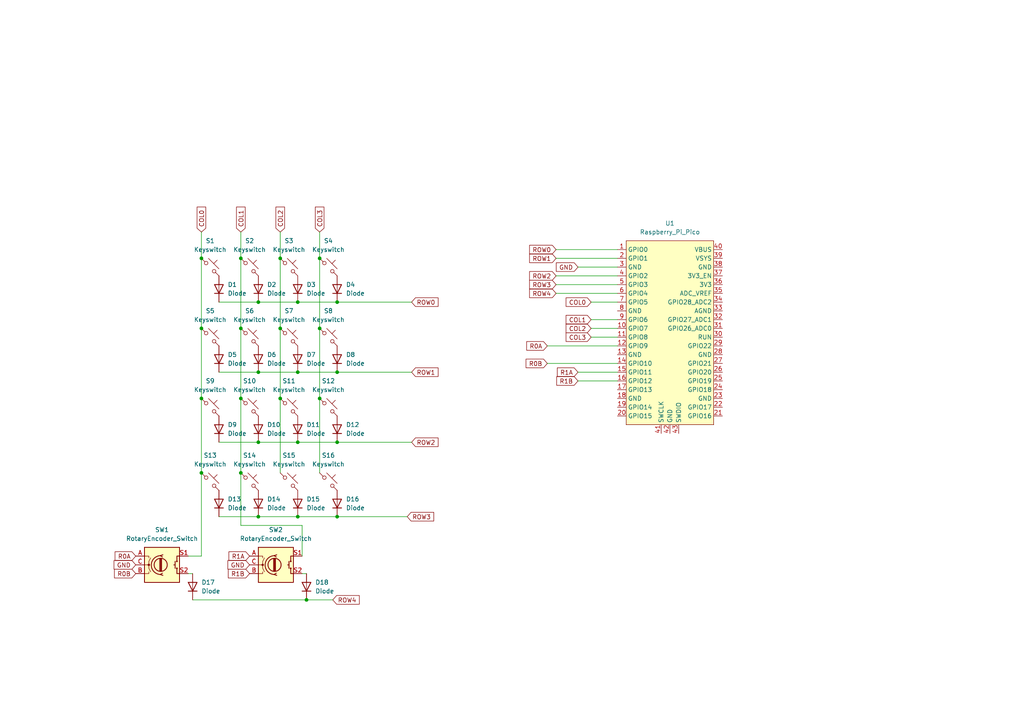
<source format=kicad_sch>
(kicad_sch (version 20230121) (generator eeschema)
  (paper "A4")
  (lib_symbols
    (symbol "Device:RotaryEncoder_Switch" (pin_names (offset 0.254) hide)
      (property "Reference" "SW" (at 0 6.604 0))
      (property "Value" "RotaryEncoder_Switch" (at 0 -6.604 0))
      (symbol "RotaryEncoder_Switch_0_1"
        (rectangle (start -5.08 5.08) (end 5.08 -5.08) (stroke (width 0.254)) (fill (type background)))
        (circle (center -3.81 0) (radius 0.254) (fill (type outline)))
        (circle (center -0.381 0) (radius 1.905) (stroke (width 0.254)))
        (arc (start -0.381 2.667) (mid -3.0988 -0.0635) (end -0.381 -2.794) (stroke (width 0.254)))
        (polyline (pts (xy -0.635 -1.778) (xy -0.635 1.778)) (stroke (width 0.254)))
        (polyline (pts (xy -0.381 -1.778) (xy -0.381 1.778)) (stroke (width 0.254)))
        (polyline (pts (xy -0.127 1.778) (xy -0.127 -1.778)) (stroke (width 0.254)))
        (polyline (pts (xy 3.81 0) (xy 3.429 0)) (stroke (width 0.254)))
        (polyline (pts (xy 3.81 1.016) (xy 3.81 -1.016)) (stroke (width 0.254)))
        (polyline (pts (xy -5.08 -2.54) (xy -3.81 -2.54) (xy -3.81 -2.032)))
        (polyline (pts (xy -5.08 2.54) (xy -3.81 2.54) (xy -3.81 2.032)))
        (polyline (pts (xy 0.254 -3.048) (xy -0.508 -2.794) (xy 0.127 -2.413)) (stroke (width 0.254)))
        (polyline (pts (xy 0.254 2.921) (xy -0.508 2.667) (xy 0.127 2.286)) (stroke (width 0.254)))
        (polyline (pts (xy 5.08 -2.54) (xy 4.318 -2.54) (xy 4.318 -1.016)) (stroke (width 0.254)))
        (polyline (pts (xy 5.08 2.54) (xy 4.318 2.54) (xy 4.318 1.016)) (stroke (width 0.254)))
        (polyline (pts (xy -5.08 0) (xy -3.81 0) (xy -3.81 -1.016) (xy -3.302 -2.032)))
        (polyline (pts (xy -4.318 0) (xy -3.81 0) (xy -3.81 1.016) (xy -3.302 2.032)))
        (circle (center 4.318 -1.016) (radius 0.127) (stroke (width 0.254)))
        (circle (center 4.318 1.016) (radius 0.127) (stroke (width 0.254)))
      )
      (symbol "RotaryEncoder_Switch_1_1"
        (pin passive line (at -7.62 2.54 0) (length 2.54) (name "A") (number "A"))
        (pin passive line (at -7.62 -2.54 0) (length 2.54) (name "B") (number "B"))
        (pin passive line (at -7.62 0 0) (length 2.54) (name "C") (number "C"))
        (pin passive line (at 7.62 2.54 180) (length 2.54) (name "S1") (number "S1"))
        (pin passive line (at 7.62 -2.54 180) (length 2.54) (name "S2") (number "S2"))
      )
    )
    (symbol "ScottoKeebs:MCU_Raspberry_Pi_Pico"
      (property "Reference" "U" (at 0 0 0))
      (property "Value" "Raspberry_Pi_Pico" (at 0 27.94 0))
      (symbol "MCU_Raspberry_Pi_Pico_0_1"
        (rectangle (start -12.7 26.67) (end 12.7 -26.67) (fill (type background)))
      )
      (symbol "MCU_Raspberry_Pi_Pico_1_1"
        (pin bidirectional line (at -15.24 24.13 0) (length 2.54) (name "GPIO0") (number "1"))
        (pin bidirectional line (at -15.24 1.27 0) (length 2.54) (name "GPIO7") (number "10"))
        (pin bidirectional line (at -15.24 -1.27 0) (length 2.54) (name "GPIO8") (number "11"))
        (pin bidirectional line (at -15.24 -3.81 0) (length 2.54) (name "GPIO9") (number "12"))
        (pin power_in line (at -15.24 -6.35 0) (length 2.54) (name "GND") (number "13"))
        (pin bidirectional line (at -15.24 -8.89 0) (length 2.54) (name "GPIO10") (number "14"))
        (pin bidirectional line (at -15.24 -11.43 0) (length 2.54) (name "GPIO11") (number "15"))
        (pin bidirectional line (at -15.24 -13.97 0) (length 2.54) (name "GPIO12") (number "16"))
        (pin bidirectional line (at -15.24 -16.51 0) (length 2.54) (name "GPIO13") (number "17"))
        (pin power_in line (at -15.24 -19.05 0) (length 2.54) (name "GND") (number "18"))
        (pin bidirectional line (at -15.24 -21.59 0) (length 2.54) (name "GPIO14") (number "19"))
        (pin bidirectional line (at -15.24 21.59 0) (length 2.54) (name "GPIO1") (number "2"))
        (pin bidirectional line (at -15.24 -24.13 0) (length 2.54) (name "GPIO15") (number "20"))
        (pin bidirectional line (at 15.24 -24.13 180) (length 2.54) (name "GPIO16") (number "21"))
        (pin bidirectional line (at 15.24 -21.59 180) (length 2.54) (name "GPIO17") (number "22"))
        (pin power_in line (at 15.24 -19.05 180) (length 2.54) (name "GND") (number "23"))
        (pin bidirectional line (at 15.24 -16.51 180) (length 2.54) (name "GPIO18") (number "24"))
        (pin bidirectional line (at 15.24 -13.97 180) (length 2.54) (name "GPIO19") (number "25"))
        (pin bidirectional line (at 15.24 -11.43 180) (length 2.54) (name "GPIO20") (number "26"))
        (pin bidirectional line (at 15.24 -8.89 180) (length 2.54) (name "GPIO21") (number "27"))
        (pin power_in line (at 15.24 -6.35 180) (length 2.54) (name "GND") (number "28"))
        (pin bidirectional line (at 15.24 -3.81 180) (length 2.54) (name "GPIO22") (number "29"))
        (pin power_in line (at -15.24 19.05 0) (length 2.54) (name "GND") (number "3"))
        (pin input line (at 15.24 -1.27 180) (length 2.54) (name "RUN") (number "30"))
        (pin bidirectional line (at 15.24 1.27 180) (length 2.54) (name "GPIO26_ADC0") (number "31"))
        (pin bidirectional line (at 15.24 3.81 180) (length 2.54) (name "GPIO27_ADC1") (number "32"))
        (pin power_in line (at 15.24 6.35 180) (length 2.54) (name "AGND") (number "33"))
        (pin bidirectional line (at 15.24 8.89 180) (length 2.54) (name "GPIO28_ADC2") (number "34"))
        (pin power_in line (at 15.24 11.43 180) (length 2.54) (name "ADC_VREF") (number "35"))
        (pin power_in line (at 15.24 13.97 180) (length 2.54) (name "3V3") (number "36"))
        (pin input line (at 15.24 16.51 180) (length 2.54) (name "3V3_EN") (number "37"))
        (pin bidirectional line (at 15.24 19.05 180) (length 2.54) (name "GND") (number "38"))
        (pin power_in line (at 15.24 21.59 180) (length 2.54) (name "VSYS") (number "39"))
        (pin bidirectional line (at -15.24 16.51 0) (length 2.54) (name "GPIO2") (number "4"))
        (pin power_in line (at 15.24 24.13 180) (length 2.54) (name "VBUS") (number "40"))
        (pin input line (at -2.54 -29.21 90) (length 2.54) (name "SWCLK") (number "41"))
        (pin power_in line (at 0 -29.21 90) (length 2.54) (name "GND") (number "42"))
        (pin bidirectional line (at 2.54 -29.21 90) (length 2.54) (name "SWDIO") (number "43"))
        (pin bidirectional line (at -15.24 13.97 0) (length 2.54) (name "GPIO3") (number "5"))
        (pin bidirectional line (at -15.24 11.43 0) (length 2.54) (name "GPIO4") (number "6"))
        (pin bidirectional line (at -15.24 8.89 0) (length 2.54) (name "GPIO5") (number "7"))
        (pin power_in line (at -15.24 6.35 0) (length 2.54) (name "GND") (number "8"))
        (pin bidirectional line (at -15.24 3.81 0) (length 2.54) (name "GPIO6") (number "9"))
      )
    )
    (symbol "ScottoKeebs:Placeholder_Diode" (pin_numbers hide) (pin_names hide)
      (property "Reference" "D" (at 0 2.54 0))
      (property "Value" "Diode" (at 0 -2.54 0))
      (symbol "Placeholder_Diode_0_1"
        (polyline (pts (xy -1.27 1.27) (xy -1.27 -1.27)) (stroke (width 0.254)))
        (polyline (pts (xy 1.27 0) (xy -1.27 0)))
        (polyline (pts (xy 1.27 1.27) (xy 1.27 -1.27) (xy -1.27 0) (xy 1.27 1.27)) (stroke (width 0.254)))
      )
      (symbol "Placeholder_Diode_1_1"
        (pin passive line (at -3.81 0 0) (length 2.54) (name "K") (number "1"))
        (pin passive line (at 3.81 0 180) (length 2.54) (name "A") (number "2"))
      )
    )
    (symbol "ScottoKeebs:Placeholder_Keyswitch" (pin_numbers hide) (pin_names (offset 1.016) hide)
      (property "Reference" "S" (at 3.048 1.016 0))
      (property "Value" "Keyswitch" (at 0 -3.81 0))
      (symbol "Placeholder_Keyswitch_0_1"
        (circle (center -1.1684 1.1684) (radius 0.508))
        (polyline (pts (xy -0.508 2.54) (xy 2.54 -0.508)))
        (polyline (pts (xy 1.016 1.016) (xy 2.032 2.032)))
        (polyline (pts (xy -2.54 2.54) (xy -1.524 1.524) (xy -1.524 1.524)))
        (polyline (pts (xy 1.524 -1.524) (xy 2.54 -2.54) (xy 2.54 -2.54) (xy 2.54 -2.54)))
        (circle (center 1.143 -1.1938) (radius 0.508))
        (pin passive line (at -2.54 2.54 0) (length 0) (name "1") (number "1"))
        (pin passive line (at 2.54 -2.54 180) (length 0) (name "2") (number "2"))
      )
    )
  )
  (junction (at 81.28 115.57))
  (junction (at 81.28 95.25))
  (junction (at 81.28 74.93))
  (junction (at 58.42 137.16))
  (junction (at 69.85 95.25))
  (junction (at 86.36 128.27))
  (junction (at 74.93 128.27))
  (junction (at 58.42 95.25))
  (junction (at 74.93 107.95))
  (junction (at 69.85 137.16))
  (junction (at 92.71 115.57))
  (junction (at 69.85 74.93))
  (junction (at 97.79 107.95))
  (junction (at 92.71 95.25))
  (junction (at 74.93 149.86))
  (junction (at 86.36 149.86))
  (junction (at 97.79 128.27))
  (junction (at 69.85 115.57))
  (junction (at 92.71 74.93))
  (junction (at 58.42 74.93))
  (junction (at 88.9 173.99))
  (junction (at 58.42 115.57))
  (junction (at 86.36 107.95))
  (junction (at 97.79 87.63))
  (junction (at 97.79 149.86))
  (junction (at 86.36 87.63))
  (junction (at 74.93 87.63))
  (wire (pts (xy 161.29 72.39) (xy 179.07 72.39)))
  (wire (pts (xy 69.85 152.4) (xy 87.63 152.4)))
  (wire (pts (xy 92.71 74.93) (xy 92.71 95.25)))
  (wire (pts (xy 69.85 115.57) (xy 69.85 137.16)))
  (wire (pts (xy 86.36 149.86) (xy 97.79 149.86)))
  (wire (pts (xy 161.29 74.93) (xy 179.07 74.93)))
  (wire (pts (xy 81.28 67.31) (xy 81.28 74.93)))
  (wire (pts (xy 161.29 80.01) (xy 179.07 80.01)))
  (wire (pts (xy 69.85 74.93) (xy 69.85 95.25)))
  (wire (pts (xy 92.71 115.57) (xy 92.71 137.16)))
  (wire (pts (xy 81.28 74.93) (xy 81.28 95.25)))
  (wire (pts (xy 63.5 87.63) (xy 74.93 87.63)))
  (wire (pts (xy 118.11 149.86) (xy 97.79 149.86)))
  (wire (pts (xy 55.88 166.37) (xy 54.61 166.37)))
  (wire (pts (xy 58.42 74.93) (xy 58.42 95.25)))
  (wire (pts (xy 69.85 67.31) (xy 69.85 74.93)))
  (wire (pts (xy 74.93 128.27) (xy 86.36 128.27)))
  (wire (pts (xy 161.29 85.09) (xy 179.07 85.09)))
  (wire (pts (xy 63.5 107.95) (xy 74.93 107.95)))
  (wire (pts (xy 86.36 107.95) (xy 97.79 107.95)))
  (wire (pts (xy 69.85 95.25) (xy 69.85 115.57)))
  (wire (pts (xy 171.45 92.71) (xy 179.07 92.71)))
  (wire (pts (xy 86.36 128.27) (xy 97.79 128.27)))
  (wire (pts (xy 88.9 173.99) (xy 96.52 173.99)))
  (wire (pts (xy 167.64 77.47) (xy 179.07 77.47)))
  (wire (pts (xy 92.71 67.31) (xy 92.71 74.93)))
  (wire (pts (xy 171.45 97.79) (xy 179.07 97.79)))
  (wire (pts (xy 74.93 149.86) (xy 86.36 149.86)))
  (wire (pts (xy 87.63 152.4) (xy 87.63 161.29)))
  (wire (pts (xy 119.38 128.27) (xy 97.79 128.27)))
  (wire (pts (xy 97.79 107.95) (xy 119.38 107.95)))
  (wire (pts (xy 74.93 87.63) (xy 86.36 87.63)))
  (wire (pts (xy 74.93 107.95) (xy 86.36 107.95)))
  (wire (pts (xy 58.42 137.16) (xy 58.42 161.29)))
  (wire (pts (xy 58.42 95.25) (xy 58.42 115.57)))
  (wire (pts (xy 55.88 173.99) (xy 88.9 173.99)))
  (wire (pts (xy 167.64 110.49) (xy 179.07 110.49)))
  (wire (pts (xy 58.42 67.31) (xy 58.42 74.93)))
  (wire (pts (xy 69.85 137.16) (xy 69.85 152.4)))
  (wire (pts (xy 58.42 115.57) (xy 58.42 137.16)))
  (wire (pts (xy 171.45 87.63) (xy 179.07 87.63)))
  (wire (pts (xy 81.28 95.25) (xy 81.28 115.57)))
  (wire (pts (xy 92.71 95.25) (xy 92.71 115.57)))
  (wire (pts (xy 158.75 100.33) (xy 179.07 100.33)))
  (wire (pts (xy 167.64 107.95) (xy 179.07 107.95)))
  (wire (pts (xy 97.79 87.63) (xy 119.38 87.63)))
  (wire (pts (xy 63.5 128.27) (xy 74.93 128.27)))
  (wire (pts (xy 158.75 105.41) (xy 179.07 105.41)))
  (wire (pts (xy 54.61 161.29) (xy 58.42 161.29)))
  (wire (pts (xy 88.9 166.37) (xy 87.63 166.37)))
  (wire (pts (xy 86.36 87.63) (xy 97.79 87.63)))
  (wire (pts (xy 81.28 115.57) (xy 81.28 137.16)))
  (wire (pts (xy 171.45 95.25) (xy 179.07 95.25)))
  (wire (pts (xy 161.29 82.55) (xy 179.07 82.55)))
  (wire (pts (xy 63.5 149.86) (xy 74.93 149.86)))
  (global_label "R1B" (shape input) (at 72.39 166.37 180) (property "Intersheetrefs" "${INTERSHEET_REFS}" (effects hide)))
  (global_label "COL0" (shape input) (at 58.42 67.31 90) (property "Intersheetrefs" "${INTERSHEET_REFS}" (effects hide)))
  (global_label "GND" (shape input) (at 167.64 77.47 180) (property "Intersheetrefs" "${INTERSHEET_REFS}" (effects hide)))
  (global_label "ROW1" (shape input) (at 119.38 107.95 0) (property "Intersheetrefs" "${INTERSHEET_REFS}" (effects hide)))
  (global_label "R0A" (shape input) (at 158.75 100.33 180) (property "Intersheetrefs" "${INTERSHEET_REFS}" (effects hide)))
  (global_label "GND" (shape input) (at 39.37 163.83 180) (property "Intersheetrefs" "${INTERSHEET_REFS}" (effects hide)))
  (global_label "R1A" (shape input) (at 72.39 161.29 180) (property "Intersheetrefs" "${INTERSHEET_REFS}" (effects hide)))
  (global_label "COL1" (shape input) (at 171.45 92.71 180) (property "Intersheetrefs" "${INTERSHEET_REFS}" (effects hide)))
  (global_label "R0A" (shape input) (at 39.37 161.29 180) (property "Intersheetrefs" "${INTERSHEET_REFS}" (effects hide)))
  (global_label "ROW0" (shape input) (at 161.29 72.39 180) (property "Intersheetrefs" "${INTERSHEET_REFS}" (effects hide)))
  (global_label "COL0" (shape input) (at 171.45 87.63 180) (property "Intersheetrefs" "${INTERSHEET_REFS}" (effects hide)))
  (global_label "R1A" (shape input) (at 167.64 107.95 180) (property "Intersheetrefs" "${INTERSHEET_REFS}" (effects hide)))
  (global_label "ROW3" (shape input) (at 161.29 82.55 180) (property "Intersheetrefs" "${INTERSHEET_REFS}" (effects hide)))
  (global_label "COL1" (shape input) (at 69.85 67.31 90) (property "Intersheetrefs" "${INTERSHEET_REFS}" (effects hide)))
  (global_label "ROW2" (shape input) (at 119.38 128.27 0) (property "Intersheetrefs" "${INTERSHEET_REFS}" (effects hide)))
  (global_label "COL3" (shape input) (at 171.45 97.79 180) (property "Intersheetrefs" "${INTERSHEET_REFS}" (effects hide)))
  (global_label "COL2" (shape input) (at 171.45 95.25 180) (property "Intersheetrefs" "${INTERSHEET_REFS}" (effects hide)))
  (global_label "R0B" (shape input) (at 158.75 105.41 180) (property "Intersheetrefs" "${INTERSHEET_REFS}" (effects hide)))
  (global_label "ROW1" (shape input) (at 161.29 74.93 180) (property "Intersheetrefs" "${INTERSHEET_REFS}" (effects hide)))
  (global_label "ROW0" (shape input) (at 119.38 87.63 0) (property "Intersheetrefs" "${INTERSHEET_REFS}" (effects hide)))
  (global_label "COL3" (shape input) (at 92.71 67.31 90) (property "Intersheetrefs" "${INTERSHEET_REFS}" (effects hide)))
  (global_label "GND" (shape input) (at 72.39 163.83 180) (property "Intersheetrefs" "${INTERSHEET_REFS}" (effects hide)))
  (global_label "ROW3" (shape input) (at 118.11 149.86 0) (property "Intersheetrefs" "${INTERSHEET_REFS}" (effects hide)))
  (global_label "R0B" (shape input) (at 39.37 166.37 180) (property "Intersheetrefs" "${INTERSHEET_REFS}" (effects hide)))
  (global_label "ROW2" (shape input) (at 161.29 80.01 180) (property "Intersheetrefs" "${INTERSHEET_REFS}" (effects hide)))
  (global_label "ROW4" (shape input) (at 96.52 173.99 0) (property "Intersheetrefs" "${INTERSHEET_REFS}" (effects hide)))
  (global_label "ROW4" (shape input) (at 161.29 85.09 180) (property "Intersheetrefs" "${INTERSHEET_REFS}" (effects hide)))
  (global_label "R1B" (shape input) (at 167.64 110.49 180) (property "Intersheetrefs" "${INTERSHEET_REFS}" (effects hide)))
  (global_label "COL2" (shape input) (at 81.28 67.31 90) (property "Intersheetrefs" "${INTERSHEET_REFS}" (effects hide)))
  (symbol (lib_id "ScottoKeebs:Placeholder_Keyswitch") (at 60.96 118.11 0) (unit 1)
    (property "Reference" "S9" (at 60.96 110.49 0))
    (property "Value" "Keyswitch" (at 60.96 113.03 0))
    (property "Footprint" "ScottoKeebs_MX:MX_PCB_1.00u" (effects hide))
  )
  (symbol (lib_id "ScottoKeebs:Placeholder_Keyswitch") (at 83.82 77.47 0) (unit 1)
    (property "Reference" "S3" (at 83.82 69.85 0))
    (property "Value" "Keyswitch" (at 83.82 72.39 0))
    (property "Footprint" "ScottoKeebs_MX:MX_PCB_1.00u" (effects hide))
  )
  (symbol (lib_id "ScottoKeebs:Placeholder_Diode") (at 97.79 83.82 90) (unit 1)
    (property "Reference" "D4" (at 100.33 82.55 90) (effects (justify right)))
    (property "Value" "Diode" (at 100.33 85.09 90) (effects (justify right)))
    (property "Footprint" "kbd:D3_TH" (effects hide))
    (property "Sim.Device" "D" (effects hide))
    (property "Sim.Pins" "1=K 2=A" (effects hide))
  )
  (symbol (lib_id "ScottoKeebs:Placeholder_Diode") (at 63.5 124.46 90) (unit 1)
    (property "Reference" "D9" (at 66.04 123.19 90) (effects (justify right)))
    (property "Value" "Diode" (at 66.04 125.73 90) (effects (justify right)))
    (property "Footprint" "kbd:D3_TH" (effects hide))
    (property "Sim.Device" "D" (effects hide))
    (property "Sim.Pins" "1=K 2=A" (effects hide))
  )
  (symbol (lib_id "ScottoKeebs:Placeholder_Diode") (at 97.79 124.46 90) (unit 1)
    (property "Reference" "D12" (at 100.33 123.19 90) (effects (justify right)))
    (property "Value" "Diode" (at 100.33 125.73 90) (effects (justify right)))
    (property "Footprint" "kbd:D3_TH" (effects hide))
    (property "Sim.Device" "D" (effects hide))
    (property "Sim.Pins" "1=K 2=A" (effects hide))
  )
  (symbol (lib_id "ScottoKeebs:Placeholder_Diode") (at 86.36 124.46 90) (unit 1)
    (property "Reference" "D11" (at 88.9 123.19 90) (effects (justify right)))
    (property "Value" "Diode" (at 88.9 125.73 90) (effects (justify right)))
    (property "Footprint" "kbd:D3_TH" (effects hide))
    (property "Sim.Device" "D" (effects hide))
    (property "Sim.Pins" "1=K 2=A" (effects hide))
  )
  (symbol (lib_id "ScottoKeebs:Placeholder_Diode") (at 88.9 170.18 90) (unit 1)
    (property "Reference" "D18" (at 91.44 168.91 90) (effects (justify right)))
    (property "Value" "Diode" (at 91.44 171.45 90) (effects (justify right)))
    (property "Footprint" "kbd:D3_TH" (effects hide))
    (property "Sim.Device" "D" (effects hide))
    (property "Sim.Pins" "1=K 2=A" (effects hide))
  )
  (symbol (lib_id "ScottoKeebs:Placeholder_Diode") (at 97.79 146.05 90) (unit 1)
    (property "Reference" "D16" (at 100.33 144.78 90) (effects (justify right)))
    (property "Value" "Diode" (at 100.33 147.32 90) (effects (justify right)))
    (property "Footprint" "kbd:D3_TH" (effects hide))
    (property "Sim.Device" "D" (effects hide))
    (property "Sim.Pins" "1=K 2=A" (effects hide))
  )
  (symbol (lib_id "ScottoKeebs:MCU_Raspberry_Pi_Pico") (at 194.31 96.52 0) (unit 1)
    (property "Reference" "U1" (at 194.31 64.77 0))
    (property "Value" "Raspberry_Pi_Pico" (at 194.31 67.31 0))
    (property "Footprint" "ScottoKeebs_MCU:Raspberry_Pi_Pico" (effects hide))
  )
  (symbol (lib_id "ScottoKeebs:Placeholder_Diode") (at 86.36 83.82 90) (unit 1)
    (property "Reference" "D3" (at 88.9 82.55 90) (effects (justify right)))
    (property "Value" "Diode" (at 88.9 85.09 90) (effects (justify right)))
    (property "Footprint" "kbd:D3_TH" (effects hide))
    (property "Sim.Device" "D" (effects hide))
    (property "Sim.Pins" "1=K 2=A" (effects hide))
  )
  (symbol (lib_id "ScottoKeebs:Placeholder_Diode") (at 86.36 146.05 90) (unit 1)
    (property "Reference" "D15" (at 88.9 144.78 90) (effects (justify right)))
    (property "Value" "Diode" (at 88.9 147.32 90) (effects (justify right)))
    (property "Footprint" "kbd:D3_TH" (effects hide))
    (property "Sim.Device" "D" (effects hide))
    (property "Sim.Pins" "1=K 2=A" (effects hide))
  )
  (symbol (lib_id "ScottoKeebs:Placeholder_Diode") (at 63.5 83.82 90) (unit 1)
    (property "Reference" "D1" (at 66.04 82.55 90) (effects (justify right)))
    (property "Value" "Diode" (at 66.04 85.09 90) (effects (justify right)))
    (property "Footprint" "kbd:D3_TH" (effects hide))
    (property "Sim.Device" "D" (effects hide))
    (property "Sim.Pins" "1=K 2=A" (effects hide))
  )
  (symbol (lib_id "Device:RotaryEncoder_Switch") (at 46.99 163.83 0) (unit 1)
    (property "Reference" "SW1" (at 46.99 153.67 0))
    (property "Value" "RotaryEncoder_Switch" (at 46.99 156.21 0))
    (property "Footprint" "Keebio-Parts.pretty-master:RotaryEncoder_EC11" (effects hide))
  )
  (symbol (lib_id "ScottoKeebs:Placeholder_Keyswitch") (at 83.82 118.11 0) (unit 1)
    (property "Reference" "S11" (at 83.82 110.49 0))
    (property "Value" "Keyswitch" (at 83.82 113.03 0))
    (property "Footprint" "ScottoKeebs_MX:MX_PCB_1.00u" (effects hide))
  )
  (symbol (lib_id "ScottoKeebs:Placeholder_Keyswitch") (at 95.25 139.7 0) (unit 1)
    (property "Reference" "S16" (at 95.25 132.08 0))
    (property "Value" "Keyswitch" (at 95.25 134.62 0))
    (property "Footprint" "ScottoKeebs_MX:MX_PCB_1.00u" (effects hide))
  )
  (symbol (lib_id "ScottoKeebs:Placeholder_Keyswitch") (at 83.82 139.7 0) (unit 1)
    (property "Reference" "S15" (at 83.82 132.08 0))
    (property "Value" "Keyswitch" (at 83.82 134.62 0))
    (property "Footprint" "ScottoKeebs_MX:MX_PCB_1.00u" (effects hide))
  )
  (symbol (lib_id "ScottoKeebs:Placeholder_Keyswitch") (at 95.25 97.79 0) (unit 1)
    (property "Reference" "S8" (at 95.25 90.17 0))
    (property "Value" "Keyswitch" (at 95.25 92.71 0))
    (property "Footprint" "ScottoKeebs_MX:MX_PCB_1.00u" (effects hide))
  )
  (symbol (lib_id "ScottoKeebs:Placeholder_Diode") (at 86.36 104.14 90) (unit 1)
    (property "Reference" "D7" (at 88.9 102.87 90) (effects (justify right)))
    (property "Value" "Diode" (at 88.9 105.41 90) (effects (justify right)))
    (property "Footprint" "kbd:D3_TH" (effects hide))
    (property "Sim.Device" "D" (effects hide))
    (property "Sim.Pins" "1=K 2=A" (effects hide))
  )
  (symbol (lib_id "ScottoKeebs:Placeholder_Keyswitch") (at 60.96 77.47 0) (unit 1)
    (property "Reference" "S1" (at 60.96 69.85 0))
    (property "Value" "Keyswitch" (at 60.96 72.39 0))
    (property "Footprint" "ScottoKeebs_MX:MX_PCB_1.00u" (effects hide))
  )
  (symbol (lib_id "ScottoKeebs:Placeholder_Keyswitch") (at 60.96 139.7 0) (unit 1)
    (property "Reference" "S13" (at 60.96 132.08 0))
    (property "Value" "Keyswitch" (at 60.96 134.62 0))
    (property "Footprint" "ScottoKeebs_MX:MX_PCB_1.00u" (effects hide))
  )
  (symbol (lib_id "ScottoKeebs:Placeholder_Diode") (at 74.93 104.14 90) (unit 1)
    (property "Reference" "D6" (at 77.47 102.87 90) (effects (justify right)))
    (property "Value" "Diode" (at 77.47 105.41 90) (effects (justify right)))
    (property "Footprint" "kbd:D3_TH" (effects hide))
    (property "Sim.Device" "D" (effects hide))
    (property "Sim.Pins" "1=K 2=A" (effects hide))
  )
  (symbol (lib_id "ScottoKeebs:Placeholder_Diode") (at 63.5 146.05 90) (unit 1)
    (property "Reference" "D13" (at 66.04 144.78 90) (effects (justify right)))
    (property "Value" "Diode" (at 66.04 147.32 90) (effects (justify right)))
    (property "Footprint" "kbd:D3_TH" (effects hide))
    (property "Sim.Device" "D" (effects hide))
    (property "Sim.Pins" "1=K 2=A" (effects hide))
  )
  (symbol (lib_id "ScottoKeebs:Placeholder_Diode") (at 97.79 104.14 90) (unit 1)
    (property "Reference" "D8" (at 100.33 102.87 90) (effects (justify right)))
    (property "Value" "Diode" (at 100.33 105.41 90) (effects (justify right)))
    (property "Footprint" "kbd:D3_TH" (effects hide))
    (property "Sim.Device" "D" (effects hide))
    (property "Sim.Pins" "1=K 2=A" (effects hide))
  )
  (symbol (lib_id "ScottoKeebs:Placeholder_Keyswitch") (at 72.39 97.79 0) (unit 1)
    (property "Reference" "S6" (at 72.39 90.17 0))
    (property "Value" "Keyswitch" (at 72.39 92.71 0))
    (property "Footprint" "ScottoKeebs_MX:MX_PCB_1.00u" (effects hide))
  )
  (symbol (lib_id "ScottoKeebs:Placeholder_Keyswitch") (at 95.25 118.11 0) (unit 1)
    (property "Reference" "S12" (at 95.25 110.49 0))
    (property "Value" "Keyswitch" (at 95.25 113.03 0))
    (property "Footprint" "ScottoKeebs_MX:MX_PCB_1.00u" (effects hide))
  )
  (symbol (lib_id "ScottoKeebs:Placeholder_Diode") (at 55.88 170.18 90) (unit 1)
    (property "Reference" "D17" (at 58.42 168.91 90) (effects (justify right)))
    (property "Value" "Diode" (at 58.42 171.45 90) (effects (justify right)))
    (property "Footprint" "kbd:D3_TH" (effects hide))
    (property "Sim.Device" "D" (effects hide))
    (property "Sim.Pins" "1=K 2=A" (effects hide))
  )
  (symbol (lib_id "Device:RotaryEncoder_Switch") (at 80.01 163.83 0) (unit 1)
    (property "Reference" "SW2" (at 80.01 153.67 0))
    (property "Value" "RotaryEncoder_Switch" (at 80.01 156.21 0))
    (property "Footprint" "Keebio-Parts.pretty-master:RotaryEncoder_EC11" (effects hide))
  )
  (symbol (lib_id "ScottoKeebs:Placeholder_Keyswitch") (at 72.39 77.47 0) (unit 1)
    (property "Reference" "S2" (at 72.39 69.85 0))
    (property "Value" "Keyswitch" (at 72.39 72.39 0))
    (property "Footprint" "ScottoKeebs_MX:MX_PCB_1.00u" (effects hide))
  )
  (symbol (lib_id "ScottoKeebs:Placeholder_Keyswitch") (at 60.96 97.79 0) (unit 1)
    (property "Reference" "S5" (at 60.96 90.17 0))
    (property "Value" "Keyswitch" (at 60.96 92.71 0))
    (property "Footprint" "ScottoKeebs_MX:MX_PCB_1.00u" (effects hide))
  )
  (symbol (lib_id "ScottoKeebs:Placeholder_Diode") (at 74.93 124.46 90) (unit 1)
    (property "Reference" "D10" (at 77.47 123.19 90) (effects (justify right)))
    (property "Value" "Diode" (at 77.47 125.73 90) (effects (justify right)))
    (property "Footprint" "kbd:D3_TH" (effects hide))
    (property "Sim.Device" "D" (effects hide))
    (property "Sim.Pins" "1=K 2=A" (effects hide))
  )
  (symbol (lib_id "ScottoKeebs:Placeholder_Keyswitch") (at 72.39 118.11 0) (unit 1)
    (property "Reference" "S10" (at 72.39 110.49 0))
    (property "Value" "Keyswitch" (at 72.39 113.03 0))
    (property "Footprint" "ScottoKeebs_MX:MX_PCB_1.00u" (effects hide))
  )
  (symbol (lib_id "ScottoKeebs:Placeholder_Diode") (at 74.93 83.82 90) (unit 1)
    (property "Reference" "D2" (at 77.47 82.55 90) (effects (justify right)))
    (property "Value" "Diode" (at 77.47 85.09 90) (effects (justify right)))
    (property "Footprint" "kbd:D3_TH" (effects hide))
    (property "Sim.Device" "D" (effects hide))
    (property "Sim.Pins" "1=K 2=A" (effects hide))
  )
  (symbol (lib_id "ScottoKeebs:Placeholder_Diode") (at 74.93 146.05 90) (unit 1)
    (property "Reference" "D14" (at 77.47 144.78 90) (effects (justify right)))
    (property "Value" "Diode" (at 77.47 147.32 90) (effects (justify right)))
    (property "Footprint" "kbd:D3_TH" (effects hide))
    (property "Sim.Device" "D" (effects hide))
    (property "Sim.Pins" "1=K 2=A" (effects hide))
  )
  (symbol (lib_id "ScottoKeebs:Placeholder_Diode") (at 63.5 104.14 90) (unit 1)
    (property "Reference" "D5" (at 66.04 102.87 90) (effects (justify right)))
    (property "Value" "Diode" (at 66.04 105.41 90) (effects (justify right)))
    (property "Footprint" "kbd:D3_TH" (effects hide))
    (property "Sim.Device" "D" (effects hide))
    (property "Sim.Pins" "1=K 2=A" (effects hide))
  )
  (symbol (lib_id "ScottoKeebs:Placeholder_Keyswitch") (at 83.82 97.79 0) (unit 1)
    (property "Reference" "S7" (at 83.82 90.17 0))
    (property "Value" "Keyswitch" (at 83.82 92.71 0))
    (property "Footprint" "ScottoKeebs_MX:MX_PCB_1.00u" (effects hide))
  )
  (symbol (lib_id "ScottoKeebs:Placeholder_Keyswitch") (at 95.25 77.47 0) (unit 1)
    (property "Reference" "S4" (at 95.25 69.85 0))
    (property "Value" "Keyswitch" (at 95.25 72.39 0))
    (property "Footprint" "ScottoKeebs_MX:MX_PCB_1.00u" (effects hide))
  )
  (symbol (lib_id "ScottoKeebs:Placeholder_Keyswitch") (at 72.39 139.7 0) (unit 1)
    (property "Reference" "S14" (at 72.39 132.08 0))
    (property "Value" "Keyswitch" (at 72.39 134.62 0))
    (property "Footprint" "ScottoKeebs_MX:MX_PCB_1.00u" (effects hide))
  )
)
</source>
